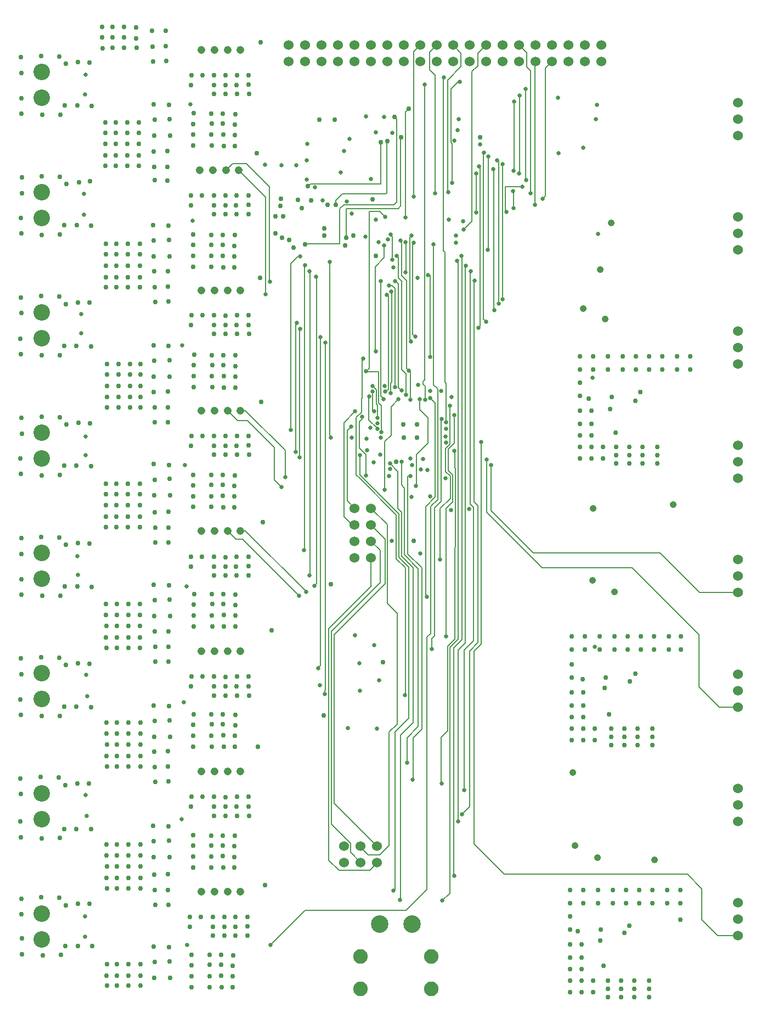
<source format=gbr>
G04 EAGLE Gerber RS-274X export*
G75*
%MOMM*%
%FSLAX34Y34*%
%LPD*%
%INCopper Layer 15*%
%IPPOS*%
%AMOC8*
5,1,8,0,0,1.08239X$1,22.5*%
G01*
%ADD10C,1.208000*%
%ADD11C,1.524000*%
%ADD12C,2.700000*%
%ADD13C,2.250000*%
%ADD14C,2.550000*%
%ADD15C,0.660400*%
%ADD16C,0.152400*%
%ADD17C,0.756400*%
%ADD18C,1.056400*%


D10*
X409420Y1283120D03*
X429420Y1283120D03*
X449420Y1283120D03*
X469420Y1283120D03*
X406880Y1097700D03*
X426880Y1097700D03*
X446880Y1097700D03*
X466880Y1097700D03*
X409420Y726860D03*
X429420Y726860D03*
X449420Y726860D03*
X469420Y726860D03*
X409420Y541440D03*
X429420Y541440D03*
X449420Y541440D03*
X469420Y541440D03*
X409420Y356020D03*
X429420Y356020D03*
X449420Y356020D03*
X469420Y356020D03*
X409420Y170600D03*
X429420Y170600D03*
X449420Y170600D03*
X469420Y170600D03*
X409420Y-14820D03*
X429420Y-14820D03*
X449420Y-14820D03*
X469420Y-14820D03*
X409420Y912280D03*
X429420Y912280D03*
X449420Y912280D03*
X469420Y912280D03*
D11*
X1236980Y1151128D03*
X1236980Y1176528D03*
X1236980Y1201928D03*
X1236980Y974852D03*
X1236980Y1000252D03*
X1236980Y1025652D03*
X1236980Y798576D03*
X1236980Y823976D03*
X1236980Y849376D03*
X1236980Y622300D03*
X1236980Y647700D03*
X1236980Y673100D03*
X1236980Y446024D03*
X1236980Y471424D03*
X1236980Y496824D03*
X1236980Y269748D03*
X1236980Y295148D03*
X1236980Y320548D03*
X1236980Y93472D03*
X1236980Y118872D03*
X1236980Y144272D03*
X1236980Y-82804D03*
X1236980Y-57404D03*
X1236980Y-32004D03*
X1026160Y1290320D03*
X1000760Y1290320D03*
X975360Y1290320D03*
X949960Y1290320D03*
X924560Y1290320D03*
X899160Y1290320D03*
X1026160Y1264920D03*
X1000760Y1264920D03*
X975360Y1264920D03*
X949960Y1264920D03*
X924560Y1264920D03*
X899160Y1264920D03*
X873760Y1290320D03*
X873760Y1264920D03*
X848360Y1290320D03*
X822960Y1290320D03*
X797560Y1290320D03*
X772160Y1290320D03*
X746760Y1290320D03*
X721360Y1290320D03*
X848360Y1264920D03*
X822960Y1264920D03*
X797560Y1264920D03*
X772160Y1264920D03*
X746760Y1264920D03*
X721360Y1264920D03*
X695960Y1290320D03*
X695960Y1264920D03*
X670560Y1290320D03*
X645160Y1290320D03*
X619760Y1290320D03*
X594360Y1290320D03*
X568960Y1290320D03*
X543560Y1290320D03*
X670560Y1264920D03*
X645160Y1264920D03*
X619760Y1264920D03*
X594360Y1264920D03*
X568960Y1264920D03*
X543560Y1264920D03*
X680212Y55372D03*
X654812Y55372D03*
X629412Y55372D03*
X680212Y29972D03*
X654812Y29972D03*
X629412Y29972D03*
D12*
X734168Y-65024D03*
X684168Y-65024D03*
D13*
X764168Y-115024D03*
X654168Y-115024D03*
X654168Y-165024D03*
X764168Y-165024D03*
D14*
X162560Y136640D03*
X162560Y97040D03*
X162560Y878320D03*
X162560Y838720D03*
X162560Y692900D03*
X162560Y653300D03*
X162560Y507480D03*
X162560Y467880D03*
X162560Y322060D03*
X162560Y282460D03*
X162560Y-48780D03*
X162560Y-88380D03*
X162560Y1249160D03*
X162560Y1209560D03*
X162560Y1063740D03*
X162560Y1024140D03*
D11*
X645668Y576072D03*
X645668Y550672D03*
X645668Y525272D03*
X645668Y499872D03*
X671068Y576072D03*
X671068Y550672D03*
X671068Y525272D03*
X671068Y499872D03*
D15*
X686816Y693928D03*
D16*
X686816Y734060D01*
X682498Y738378D01*
X682498Y786892D01*
D15*
X663194Y787146D03*
D16*
X692404Y1025652D02*
X684276Y1033780D01*
X667935Y1033780D01*
X667935Y791887D01*
X663194Y787146D01*
D15*
X692404Y1025652D03*
D16*
X682498Y786892D02*
X663448Y786892D01*
X663194Y787146D01*
D15*
X685546Y685064D03*
X701040Y998220D03*
X608584Y685292D03*
D16*
X607568Y686308D01*
D15*
X641096Y685292D03*
X607568Y956056D03*
X703326Y959104D03*
D16*
X704088Y959866D02*
X704088Y995172D01*
X704088Y959866D02*
X703326Y959104D01*
X704088Y995172D02*
X701040Y998220D01*
X607568Y956056D02*
X607568Y686308D01*
D15*
X728980Y788416D03*
D16*
X718312Y987044D02*
X716280Y989076D01*
X718312Y987044D02*
X718312Y934720D01*
X725424Y927608D01*
X725424Y791972D01*
X728980Y788416D01*
D15*
X716280Y989076D03*
X731520Y743712D03*
D16*
X731520Y788416D01*
X731012Y788924D01*
X730504Y788416D01*
X728980Y788416D01*
D15*
X680401Y699008D03*
D16*
X680401Y699044D01*
X667512Y711933D01*
X667766Y749046D02*
X667512Y749300D01*
X667512Y711933D01*
X667766Y748538D02*
X667766Y749046D01*
D15*
X667766Y748538D03*
X691388Y981456D03*
D16*
X691388Y962660D01*
X677164Y948436D01*
X677164Y818896D01*
X678180Y817880D01*
D15*
X678180Y817880D03*
D17*
X673608Y1052576D03*
D15*
X691388Y1179576D03*
X799592Y1143000D03*
X794766Y748030D03*
X762000Y756920D03*
X661924Y995172D03*
X704088Y1155192D03*
X700024Y637032D03*
X674624Y647192D03*
X699008Y625856D03*
X758190Y635254D03*
X669544Y700532D03*
X683006Y310642D03*
X591566Y303276D03*
X654050Y294386D03*
X785876Y622808D03*
X822452Y575056D03*
X676148Y365252D03*
X652526Y337058D03*
X624332Y1093724D03*
X641096Y1030224D03*
X572516Y1138428D03*
X638048Y1146048D03*
X1012952Y777240D03*
X1021588Y999236D03*
X960120Y1123696D03*
X1016508Y362712D03*
X678434Y1155446D03*
X572008Y1113028D03*
X595884Y1050544D03*
X584200Y1070864D03*
X571500Y1083056D03*
X678180Y1021588D03*
X801624Y985520D03*
X791210Y1021588D03*
X838897Y1137412D03*
X634746Y237236D03*
X555752Y1104900D03*
X532384Y1104900D03*
X507238Y1105662D03*
X747268Y506476D03*
D17*
X256032Y1318260D03*
X272288Y1318260D03*
X290068Y1318260D03*
X308356Y1317752D03*
X256032Y1302004D03*
X272288Y1302004D03*
X290068Y1302512D03*
X308356Y1300988D03*
X256540Y1285748D03*
X271780Y1286256D03*
X289560Y1286256D03*
X308864Y1286256D03*
X262636Y-144272D03*
X278892Y-144272D03*
X296672Y-144272D03*
X314960Y-144272D03*
X263144Y-160020D03*
X278892Y-160020D03*
X296672Y-160020D03*
X314960Y-160020D03*
X263144Y-126492D03*
X278892Y-126492D03*
X296672Y-126492D03*
X314960Y-126492D03*
X262636Y6096D03*
X278892Y6096D03*
X296672Y6096D03*
X314960Y6096D03*
X263144Y-9652D03*
X278892Y-9652D03*
X296672Y-9652D03*
X314960Y-9652D03*
X262636Y57404D03*
X278892Y57404D03*
X296672Y57404D03*
X314960Y57404D03*
X262636Y41148D03*
X278892Y41148D03*
X296672Y41148D03*
X314960Y41148D03*
X263144Y23876D03*
X278892Y23876D03*
X296672Y23876D03*
X314960Y23876D03*
X262636Y194056D03*
X278892Y194056D03*
X296672Y194056D03*
X314960Y194056D03*
X263144Y178308D03*
X278892Y178308D03*
X296672Y178308D03*
X314960Y178308D03*
X262636Y245364D03*
X278892Y245364D03*
X296672Y245364D03*
X314960Y245364D03*
X262636Y229108D03*
X278892Y229108D03*
X296672Y229108D03*
X314960Y229108D03*
X263144Y211836D03*
X278892Y211836D03*
X296672Y211836D03*
X314960Y211836D03*
X260604Y1171448D03*
X276860Y1171448D03*
X294640Y1171448D03*
X312928Y1171448D03*
X260604Y1155192D03*
X276860Y1155192D03*
X294640Y1155192D03*
X312928Y1155192D03*
X261112Y1137920D03*
X276860Y1137920D03*
X294640Y1137920D03*
X312928Y1137920D03*
X260604Y1120140D03*
X276860Y1120140D03*
X294640Y1120140D03*
X312928Y1120140D03*
X261112Y1104392D03*
X276860Y1104392D03*
X294640Y1104392D03*
X312928Y1104392D03*
X261620Y983996D03*
X277876Y983996D03*
X295656Y983996D03*
X313944Y983996D03*
X261620Y967740D03*
X277876Y967740D03*
X295656Y967740D03*
X313944Y967740D03*
X262128Y950468D03*
X277876Y950468D03*
X295656Y950468D03*
X313944Y950468D03*
X261620Y932688D03*
X277876Y932688D03*
X295656Y932688D03*
X313944Y932688D03*
X262128Y916940D03*
X277876Y916940D03*
X295656Y916940D03*
X313944Y916940D03*
X315468Y782828D03*
X299212Y782828D03*
X281432Y782828D03*
X263144Y782828D03*
X314960Y798576D03*
X299212Y798576D03*
X281432Y798576D03*
X263144Y798576D03*
X315468Y731520D03*
X299212Y731520D03*
X281432Y731520D03*
X263144Y731520D03*
X315468Y747776D03*
X299212Y747776D03*
X281432Y747776D03*
X263144Y747776D03*
X314960Y765048D03*
X299212Y765048D03*
X281432Y765048D03*
X263144Y765048D03*
X262128Y376936D03*
X278384Y376936D03*
X296164Y376936D03*
X314452Y376936D03*
X262636Y361188D03*
X278384Y361188D03*
X296164Y361188D03*
X314452Y361188D03*
X262128Y428244D03*
X278384Y428244D03*
X296164Y428244D03*
X314452Y428244D03*
X262128Y411988D03*
X278384Y411988D03*
X296164Y411988D03*
X314452Y411988D03*
X262636Y394716D03*
X278384Y394716D03*
X296164Y394716D03*
X314452Y394716D03*
X261620Y614172D03*
X277876Y614172D03*
X295656Y614172D03*
X313944Y614172D03*
X261620Y597916D03*
X277876Y597916D03*
X295656Y597916D03*
X313944Y597916D03*
X262128Y580644D03*
X277876Y580644D03*
X295656Y580644D03*
X313944Y580644D03*
X261620Y562864D03*
X277876Y562864D03*
X295656Y562864D03*
X313944Y562864D03*
X262128Y547116D03*
X277876Y547116D03*
X295656Y547116D03*
X313944Y547116D03*
X1148080Y-58420D03*
X1148080Y-33020D03*
X1148080Y-12700D03*
X1127760Y-12700D03*
X1127760Y-33020D03*
X1104900Y-12700D03*
X1104900Y-33020D03*
X1084580Y-33020D03*
X1084580Y-12700D03*
X1064260Y-12700D03*
X1064260Y-33020D03*
X1043940Y-12700D03*
X1043940Y-33020D03*
X1021080Y-12700D03*
X1021080Y-33020D03*
X998220Y-33020D03*
X998220Y-12700D03*
X977900Y-12700D03*
X977900Y-33020D03*
X1149096Y358140D03*
X1149096Y378460D03*
X1130300Y378460D03*
X1130300Y358140D03*
X1107440Y378460D03*
X1107440Y358140D03*
X1087120Y358140D03*
X1087120Y378460D03*
X1066800Y378460D03*
X1066800Y358140D03*
X1046480Y378460D03*
X1046480Y358140D03*
X1023620Y378460D03*
X1023620Y358140D03*
X1000760Y358140D03*
X1000760Y378460D03*
X980440Y378460D03*
X980440Y358140D03*
X1163320Y789940D03*
X1163320Y810260D03*
X1143000Y810260D03*
X1143000Y789940D03*
X1120140Y810260D03*
X1120140Y789940D03*
X1099820Y789940D03*
X1099820Y810260D03*
X1079500Y810260D03*
X1079500Y789940D03*
X1059180Y810260D03*
X1059180Y789940D03*
X1036320Y810260D03*
X1036320Y789940D03*
X1013460Y789940D03*
X1013460Y810260D03*
X993140Y810260D03*
X993140Y789940D03*
X977900Y-53340D03*
X977900Y-73660D03*
X977900Y-96520D03*
X995680Y-96520D03*
X995680Y-116840D03*
X977900Y-116840D03*
X995680Y-134620D03*
X977900Y-134620D03*
X1013460Y-170180D03*
X1013460Y-152400D03*
X995680Y-152400D03*
X977900Y-152400D03*
X977900Y-170180D03*
X995680Y-170180D03*
X993140Y769620D03*
X993140Y749300D03*
X993140Y726440D03*
X1010920Y726440D03*
X1010920Y706120D03*
X993140Y706120D03*
X1010920Y688340D03*
X993140Y688340D03*
X1028700Y652780D03*
X1028700Y670560D03*
X1010920Y670560D03*
X993140Y670560D03*
X993140Y652780D03*
X1010920Y652780D03*
X980440Y335280D03*
X980440Y314960D03*
X980440Y292100D03*
X998220Y292100D03*
X998220Y271780D03*
X980440Y271780D03*
X998220Y254000D03*
X980440Y254000D03*
X1016000Y218440D03*
X1016000Y236220D03*
X998220Y236220D03*
X980440Y236220D03*
X980440Y218440D03*
X998220Y218440D03*
X394208Y-112268D03*
X393700Y-128524D03*
X393700Y-145288D03*
X393700Y-162052D03*
X421640Y-112776D03*
X422148Y-128016D03*
X421640Y-145288D03*
X422148Y-162052D03*
X439420Y-112776D03*
X458216Y-113284D03*
X457708Y-129540D03*
X439420Y-128016D03*
X439928Y-144780D03*
X457708Y-145796D03*
X457708Y-162560D03*
X440436Y-162560D03*
X396748Y72136D03*
X396240Y55880D03*
X396240Y39116D03*
X396240Y22352D03*
X424180Y71628D03*
X424688Y56388D03*
X424180Y39116D03*
X424688Y22352D03*
X441960Y71628D03*
X460756Y71120D03*
X460248Y54864D03*
X441960Y56388D03*
X442468Y39624D03*
X460248Y38608D03*
X460248Y21844D03*
X442976Y21844D03*
X397256Y258572D03*
X396748Y242316D03*
X396748Y225552D03*
X396748Y208788D03*
X424688Y258064D03*
X425196Y242824D03*
X424688Y225552D03*
X425196Y208788D03*
X442468Y258064D03*
X461264Y257556D03*
X461264Y241300D03*
X442468Y242824D03*
X442976Y226060D03*
X460756Y225044D03*
X460756Y208280D03*
X443484Y208280D03*
X397764Y443992D03*
X397256Y427736D03*
X397256Y410972D03*
X397256Y394208D03*
X425196Y443484D03*
X425704Y428244D03*
X425196Y410972D03*
X425704Y394208D03*
X442976Y443484D03*
X461772Y442976D03*
X461264Y426720D03*
X442976Y428244D03*
X443484Y411480D03*
X461264Y410464D03*
X461264Y393700D03*
X443992Y393700D03*
X396748Y627888D03*
X396240Y611632D03*
X396240Y594868D03*
X396240Y578104D03*
X424180Y627380D03*
X424688Y612140D03*
X424180Y594868D03*
X424688Y578104D03*
X441960Y627380D03*
X460756Y626872D03*
X460248Y610616D03*
X441960Y612140D03*
X442468Y595376D03*
X460248Y594360D03*
X460248Y577596D03*
X442976Y577596D03*
X397764Y812800D03*
X397256Y796544D03*
X397256Y779780D03*
X397256Y763016D03*
X425196Y812292D03*
X425704Y797052D03*
X425196Y779780D03*
X425704Y763016D03*
X442976Y812292D03*
X461772Y811784D03*
X461264Y795528D03*
X442976Y797052D03*
X443484Y780288D03*
X461264Y779272D03*
X461264Y762508D03*
X443992Y762508D03*
X396748Y998220D03*
X396240Y981964D03*
X396240Y965200D03*
X396240Y948436D03*
X424180Y997712D03*
X424688Y982472D03*
X424180Y965200D03*
X424688Y948436D03*
X441960Y997712D03*
X460756Y997204D03*
X460248Y980948D03*
X441960Y982472D03*
X442468Y965708D03*
X460248Y964692D03*
X460248Y947928D03*
X442976Y947928D03*
X397256Y1185164D03*
X396748Y1168908D03*
X396748Y1152144D03*
X396748Y1135380D03*
X424688Y1184656D03*
X425196Y1169416D03*
X424688Y1152144D03*
X425196Y1135380D03*
X442468Y1184656D03*
X461264Y1184148D03*
X460756Y1167892D03*
X442468Y1169416D03*
X442976Y1152652D03*
X460756Y1151636D03*
X460756Y1134872D03*
X443484Y1134872D03*
D18*
X1108710Y34290D03*
X985520Y55880D03*
X1137412Y581660D03*
X1013460Y576072D03*
X1012698Y465074D03*
X1041908Y1016000D03*
X1024636Y943864D03*
X998220Y883920D03*
X982472Y168656D03*
D17*
X500380Y1294892D03*
X494284Y1123696D03*
X499364Y931672D03*
X501142Y740410D03*
X504190Y554482D03*
X517652Y388084D03*
X496316Y208280D03*
X507492Y-5080D03*
X615188Y1175004D03*
X523212Y999744D03*
X544576Y990092D03*
X551688Y978408D03*
X598424Y1007900D03*
X720852Y705612D03*
X741426Y705612D03*
X721614Y685038D03*
X741426Y685038D03*
X598170Y256540D03*
X643890Y996950D03*
X689610Y339090D03*
X598424Y996696D03*
X534924Y1026160D03*
X530860Y1042416D03*
X531423Y1053112D03*
X564388Y1039180D03*
D15*
X736346Y1056894D03*
D16*
X736346Y1279906D01*
X746760Y1290320D01*
D15*
X769620Y1062228D03*
D16*
X769620Y1244092D01*
X760984Y1252728D01*
X760984Y1279144D01*
X772160Y1290320D01*
D15*
X790448Y1063752D03*
D16*
X788924Y1065276D02*
X788924Y1236472D01*
X788924Y1065276D02*
X790448Y1063752D01*
X788924Y1236472D02*
X809752Y1257300D01*
X809752Y1278128D01*
X797560Y1290320D01*
D15*
X813308Y1019048D03*
X724408Y1024636D03*
D16*
X724408Y1187196D01*
D17*
X729234Y1192530D03*
D16*
X729234Y1192022D01*
X724408Y1187196D01*
D15*
X916940Y1061720D03*
D16*
X916940Y1250911D01*
X911098Y1256753D01*
X911098Y1278636D02*
X910844Y1278636D01*
X899160Y1290320D01*
X911098Y1278636D02*
X911098Y1256753D01*
D15*
X813816Y1005840D03*
D16*
X826516Y1018540D01*
X835355Y1277315D02*
X848360Y1290320D01*
X835355Y1277315D02*
X835355Y1271524D01*
X835406Y1271473D01*
X835406Y1258277D02*
X826516Y1249387D01*
X835406Y1258277D02*
X835406Y1271473D01*
X826516Y1249387D02*
X826516Y1018540D01*
D15*
X796290Y1077722D03*
D16*
X796290Y1138399D01*
X794004Y1140685D01*
X794004Y1222756D01*
X806704Y1235456D01*
X808228Y1233932D01*
D15*
X808228Y1233932D03*
X230124Y1245108D03*
X909828Y1222756D03*
D16*
X909828Y1083056D01*
X910336Y1082548D01*
D15*
X910336Y1082548D03*
X391922Y1199134D03*
X891540Y1202944D03*
D16*
X891540Y1097280D01*
X890524Y1096264D01*
D15*
X890524Y1096264D03*
X395478Y1019302D03*
X833120Y1032256D03*
D16*
X833120Y1092200D01*
D15*
X833120Y1092200D03*
X224028Y875284D03*
X874268Y898144D03*
D16*
X874268Y1106932D01*
D15*
X874268Y1106932D03*
X379476Y827532D03*
X861568Y881380D03*
X859536Y1098804D03*
D16*
X860552Y1097788D01*
X860552Y882396D02*
X861568Y881380D01*
X860552Y882396D02*
X860552Y1097788D01*
D15*
X384048Y643128D03*
X560832Y654812D03*
D16*
X560832Y852424D01*
X561340Y852932D01*
D15*
X561340Y852932D03*
X836676Y854456D03*
D16*
X839216Y856996D02*
X839216Y1102360D01*
X839216Y856996D02*
X836676Y854456D01*
X839216Y1102360D02*
X837692Y1103884D01*
X837184Y1103376D01*
D15*
X837184Y1103376D03*
X230632Y657860D03*
X554736Y663448D03*
D16*
X554736Y861060D01*
X556006Y862330D01*
X556260Y862076D01*
D15*
X556260Y862076D03*
X848360Y864108D03*
D16*
X844296Y868172D02*
X844296Y1123696D01*
X845312Y1124712D01*
X844296Y868172D02*
X848360Y864108D01*
D15*
X845312Y1124712D03*
X217932Y502412D03*
X567436Y511556D03*
D16*
X567944Y512064D02*
X567944Y950976D01*
X567944Y512064D02*
X567436Y511556D01*
X567944Y950976D02*
X568960Y950976D01*
D15*
X568960Y950976D03*
X705612Y947928D03*
X218186Y473202D03*
X576072Y472440D03*
D16*
X577088Y475996D02*
X577088Y929132D01*
X576072Y474980D02*
X576072Y472440D01*
X576072Y474980D02*
X577088Y475996D01*
X576580Y940308D02*
X575564Y941324D01*
X576580Y940308D02*
X576580Y929640D01*
X577088Y929132D01*
D15*
X575564Y941324D03*
X724408Y939800D03*
D16*
X724916Y985774D02*
X724408Y986282D01*
X724916Y940308D02*
X724408Y939800D01*
X724916Y940308D02*
X724916Y985774D01*
D15*
X724408Y986282D03*
X386588Y455930D03*
X583184Y456692D03*
X586232Y933196D03*
X742696Y931672D03*
D16*
X586740Y932688D02*
X586740Y460248D01*
X583184Y456692D01*
X586740Y932688D02*
X586232Y933196D01*
D15*
X231648Y319532D03*
X589788Y329184D03*
D16*
X592836Y333756D02*
X592836Y839724D01*
X592836Y333756D02*
X589788Y330708D01*
X589788Y329184D01*
D15*
X592836Y839724D03*
X738886Y840486D03*
D16*
X735330Y844042D01*
X735330Y984250D01*
X736600Y985520D01*
D15*
X736600Y985520D03*
X232664Y286004D03*
X599948Y290068D03*
D16*
X599948Y295148D01*
X600456Y295656D01*
X600456Y831850D01*
X600710Y831850D01*
D15*
X600710Y831850D03*
X732536Y833120D03*
D16*
X730504Y835152D02*
X730504Y994156D01*
X730504Y835152D02*
X732536Y833120D01*
X730504Y994156D02*
X733044Y996696D01*
X733298Y996442D01*
D15*
X733298Y996442D03*
X381762Y276606D03*
X723138Y287782D03*
D16*
X723646Y287274D01*
X723646Y484124D02*
X709930Y497840D01*
X723646Y484124D02*
X723646Y287274D01*
X709930Y497840D02*
X709930Y565949D01*
X653676Y622396D01*
X653676Y622399D01*
D15*
X658876Y807212D03*
D16*
X656844Y805180D01*
D15*
X762000Y809752D03*
D16*
X762000Y935736D01*
X758952Y935736D01*
D15*
X758952Y935736D03*
D16*
X648208Y627867D02*
X653676Y622399D01*
X648208Y627867D02*
X648208Y715997D01*
X656590Y745490D02*
X656844Y745744D01*
X656590Y724379D02*
X648208Y715997D01*
X656590Y724379D02*
X656590Y745490D01*
X656844Y745744D02*
X656844Y805180D01*
D15*
X230632Y134112D03*
X814832Y141732D03*
D16*
X814832Y357632D01*
X829056Y577371D02*
X823976Y582451D01*
X829056Y371856D02*
X814832Y357632D01*
X829056Y371856D02*
X829056Y577371D01*
X823976Y582451D02*
X823976Y941832D01*
X824484Y941832D01*
D15*
X824484Y941832D03*
X231902Y101854D03*
X811276Y104648D03*
D16*
X822960Y116332D01*
X822960Y355928D01*
X830072Y927608D02*
X830580Y927608D01*
X830072Y927608D02*
X830072Y586232D01*
X836168Y580136D01*
X836168Y369136D01*
X822960Y355928D01*
D15*
X830580Y927608D03*
X378460Y96520D03*
X805688Y93472D03*
D16*
X805180Y93980D02*
X805180Y357632D01*
X805180Y93980D02*
X805688Y93472D01*
D15*
X816864Y949960D03*
D16*
X816356Y368808D02*
X805180Y357632D01*
X816356Y949452D02*
X816864Y949960D01*
X816356Y949452D02*
X816356Y368808D01*
D15*
X387350Y-97282D03*
X516128Y-97028D03*
D16*
X767588Y982472D02*
X767080Y982980D01*
X767588Y982472D02*
X767588Y766289D01*
X773684Y589788D02*
X763016Y579120D01*
X773684Y589788D02*
X773684Y760193D01*
X767588Y766289D01*
X767080Y982980D02*
X767334Y983234D01*
D15*
X767334Y983234D03*
D16*
X757428Y377444D02*
X757428Y-11684D01*
X724916Y-44196D01*
X568960Y-44196D01*
X516128Y-97028D01*
X757428Y377444D02*
X763016Y383032D01*
X763016Y579120D01*
D15*
X229616Y-53340D03*
X799592Y9144D03*
D16*
X798576Y10160D02*
X798576Y360659D01*
X798576Y10160D02*
X799592Y9144D01*
X798576Y360659D02*
X811022Y373105D01*
X811022Y964438D01*
X810006Y965454D01*
D15*
X810006Y965454D03*
X229616Y-84328D03*
X780796Y-28956D03*
D16*
X805180Y374621D02*
X805180Y956564D01*
X792480Y361921D02*
X792480Y-17272D01*
X780796Y-28956D01*
X792480Y361921D02*
X805180Y374621D01*
X805180Y956564D02*
X803910Y957834D01*
D15*
X803910Y957834D03*
X229870Y1213866D03*
X900176Y1212596D03*
D16*
X900176Y1092708D01*
X899668Y1092708D01*
D15*
X899668Y1092708D03*
X227584Y1060704D03*
X891145Y1039255D03*
D16*
X891145Y1064147D01*
X890016Y1065276D01*
D15*
X890016Y1065276D03*
X228092Y1028700D03*
X879856Y1033272D03*
D16*
X878332Y1034796D01*
X878332Y1071880D01*
X904748Y1071880D01*
D15*
X904748Y1071880D03*
X935736Y1053592D03*
D16*
X939800Y1057656D02*
X939800Y1254760D01*
X939800Y1057656D02*
X935736Y1053592D01*
X939800Y1254760D02*
X949960Y1264920D01*
D15*
X924052Y1044448D03*
D16*
X924052Y1264412D02*
X924560Y1264920D01*
X924052Y1264412D02*
X924052Y1044448D01*
D15*
X671068Y1083564D03*
X998728Y1131824D03*
X230124Y686816D03*
X546862Y696722D03*
D16*
X546862Y953262D01*
X558038Y964438D02*
X561594Y964438D01*
X558038Y964438D02*
X546862Y953262D01*
D15*
X561594Y964438D03*
X851154Y974598D03*
D16*
X852170Y975614D01*
X852170Y1118870D01*
D15*
X852170Y1118870D03*
X223520Y846328D03*
X867664Y892048D03*
D16*
X867664Y1110488D02*
X865124Y1113028D01*
X867664Y1110488D02*
X867664Y892048D01*
D15*
X865124Y1113028D03*
X804672Y1159256D03*
X1019302Y1198118D03*
X806196Y1176020D03*
X1018032Y1176528D03*
X697230Y990346D03*
X717804Y757936D03*
D16*
X713232Y762508D01*
X713232Y922020D02*
X709168Y926084D01*
X708152Y926084D01*
D15*
X708152Y926084D03*
D16*
X713232Y922020D02*
X713232Y762508D01*
D15*
X710504Y965406D03*
X725197Y751105D03*
D16*
X725197Y783563D01*
X718312Y790448D01*
X718312Y925068D01*
X718820Y925576D01*
X713044Y962866D02*
X710504Y965406D01*
X713044Y962866D02*
X713044Y931352D01*
X718820Y925576D01*
D17*
X678180Y965200D03*
D15*
X663448Y1180084D03*
X682244Y986536D03*
X747776Y636016D03*
X762254Y594614D03*
X663956Y683260D03*
X664464Y665988D03*
X779272Y756920D03*
X679704Y236220D03*
X702564Y526288D03*
X794258Y573278D03*
X959358Y1208786D03*
X629412Y1127252D03*
X633476Y1049528D03*
X801624Y996696D03*
D17*
X736600Y525780D03*
X591058Y1175258D03*
X523212Y1026160D03*
X603504Y1044448D03*
X578104Y1051024D03*
X533372Y993168D03*
X839470Y1148080D03*
X631190Y981710D03*
X558292Y1052068D03*
X609092Y458724D03*
D15*
X786892Y698500D03*
X785876Y686816D03*
X684784Y658876D03*
D17*
X709704Y647783D03*
D15*
X734568Y643128D03*
X856488Y642620D03*
D16*
X856488Y572516D01*
X921512Y507492D01*
X1116584Y507492D01*
X1178052Y446024D02*
X1236980Y446024D01*
X1178052Y446024D02*
X1116584Y507492D01*
D15*
X751332Y652272D03*
X849376Y651256D03*
D16*
X849376Y569976D02*
X935228Y484124D01*
X849376Y569976D02*
X849376Y651256D01*
X935228Y484124D02*
X1073912Y484124D01*
X1177036Y381000D01*
X1177036Y300736D01*
X1208024Y269748D01*
X1236980Y269748D01*
D15*
X799084Y664972D03*
D16*
X800608Y663448D01*
X800608Y638302D01*
X800613Y638297D01*
X800613Y628215D01*
X800608Y400304D01*
X800608Y374360D01*
X789432Y363184D01*
X789432Y233172D01*
X779272Y223012D02*
X779272Y152400D01*
X779780Y151892D01*
X780288Y151892D01*
D15*
X780288Y151892D03*
D16*
X779272Y223012D02*
X789432Y233172D01*
D15*
X786384Y677672D03*
X840994Y677926D03*
D16*
X840740Y366349D02*
X830072Y355681D01*
X830072Y58420D01*
X840740Y677672D02*
X840994Y677926D01*
X840740Y677672D02*
X840740Y366349D01*
X876808Y11684D02*
X1159256Y11684D01*
X1181608Y-10668D01*
X1205992Y-82804D02*
X1236980Y-82804D01*
X1205992Y-82804D02*
X1181608Y-58420D01*
X1181608Y-10668D01*
X876808Y11684D02*
X830072Y58420D01*
D15*
X754380Y743204D03*
D16*
X754380Y764257D02*
X751332Y767305D01*
X751332Y771935D01*
X753364Y773967D01*
D15*
X753364Y1229868D03*
D16*
X754380Y764257D02*
X754380Y743204D01*
X753364Y773967D02*
X753364Y1229868D01*
D17*
X1069848Y-67564D03*
D15*
X786384Y708660D03*
D16*
X782828Y1240028D02*
X783336Y1240536D01*
X782828Y1240028D02*
X782828Y972595D01*
X786384Y768829D02*
X786384Y708660D01*
X786384Y768829D02*
X784606Y770607D01*
X784606Y970817D01*
X782828Y972595D01*
D15*
X783336Y1240536D03*
X690372Y744728D03*
D16*
X686308Y925576D02*
X685800Y926084D01*
X686308Y925576D02*
X686308Y749300D01*
X690372Y745236D02*
X690372Y744728D01*
X690372Y745236D02*
X686308Y749300D01*
D15*
X685800Y926084D03*
X515112Y925576D03*
D16*
X514096Y926592D02*
X514096Y1072388D01*
X514096Y926592D02*
X515112Y925576D01*
X514096Y1072388D02*
X478536Y1107948D01*
X457128Y1107948D01*
X446880Y1097700D01*
D15*
X692912Y755904D03*
D16*
X697484Y759968D02*
X697484Y902716D01*
X697484Y759968D02*
X693420Y755904D01*
X692912Y755904D01*
X697484Y902716D02*
X694944Y905256D01*
D15*
X694944Y905256D03*
X508508Y905764D03*
D16*
X508508Y1056072D01*
X466880Y1097700D01*
D15*
X713204Y744249D03*
D16*
X701774Y732819D01*
X701774Y688848D01*
X691896Y678971D01*
X691896Y604520D01*
D15*
X691896Y604520D03*
X532384Y609092D03*
D16*
X521716Y669804D02*
X479900Y711620D01*
X464660Y711620D01*
X449420Y726860D01*
X521716Y669804D02*
X521716Y619760D01*
X532384Y609092D01*
D15*
X746252Y744503D03*
D16*
X746252Y728472D01*
X758799Y715925D01*
D15*
X740156Y610616D03*
D16*
X759085Y676789D02*
X758799Y715925D01*
X759085Y676789D02*
X740918Y658622D01*
X740918Y611378D01*
X740156Y610616D01*
D15*
X538480Y623824D03*
D16*
X538480Y665420D01*
X477040Y726860D01*
X469420Y726860D01*
D15*
X762508Y745744D03*
D16*
X770128Y738124D01*
X770128Y593344D01*
X755396Y578612D01*
X755396Y440436D01*
X756666Y439166D01*
D15*
X756666Y439166D03*
X559816Y441452D03*
D16*
X472528Y528740D01*
X462120Y528740D02*
X449420Y541440D01*
X462120Y528740D02*
X472528Y528740D01*
D15*
X792480Y734060D03*
D16*
X792480Y675132D01*
X785876Y668528D01*
X785876Y632968D01*
D15*
X777748Y496824D03*
D16*
X793129Y590945D02*
X793129Y597267D01*
X793129Y590945D02*
X777748Y575564D01*
D15*
X570484Y447548D03*
D16*
X570484Y447996D01*
X477040Y541440D01*
X469420Y541440D01*
X793129Y597267D02*
X793129Y625715D01*
X785876Y632968D01*
X777748Y575564D02*
X777748Y496824D01*
D15*
X799592Y719836D03*
D16*
X799592Y676656D01*
X790448Y667512D01*
X790448Y634492D01*
X797054Y627886D01*
X797054Y586234D01*
X786892Y576072D01*
X786892Y378460D01*
D15*
X786892Y378460D03*
X779780Y714248D03*
D16*
X779272Y713740D01*
X779272Y586740D01*
X769112Y576580D01*
X769112Y379759D01*
X764286Y374933D02*
X764286Y359156D01*
X764286Y374933D02*
X769112Y379759D01*
D15*
X764286Y359156D03*
X732028Y625856D03*
D16*
X727456Y625856D01*
X727456Y505968D01*
X749300Y484124D01*
X749300Y235204D01*
X736092Y157988D02*
X735330Y157226D01*
D15*
X735330Y157226D03*
D16*
X736092Y157988D02*
X736092Y221996D01*
X749300Y235204D01*
D15*
X718312Y648208D03*
D16*
X717804Y647700D01*
X717804Y612140D01*
X722376Y607568D01*
X722376Y504444D01*
X743712Y483108D01*
X743712Y239776D01*
X726186Y222250D01*
X726186Y184150D01*
D15*
X726186Y184150D03*
X700024Y645160D03*
D16*
X712288Y632896D01*
X712218Y575562D01*
X717804Y569976D01*
X717804Y502412D01*
X735584Y484632D01*
X735584Y245364D01*
X716280Y226060D01*
X716280Y-27432D01*
X715772Y-27432D01*
D15*
X715772Y-27432D03*
X653796Y657860D03*
D16*
X653796Y627612D01*
D15*
X705612Y-13716D03*
D16*
X713740Y567464D02*
X653796Y627612D01*
X713740Y567464D02*
X713740Y500380D01*
X728980Y485140D01*
X728980Y252476D01*
X708152Y231648D01*
X708152Y-13716D01*
X705612Y-13716D01*
D15*
X701011Y753393D03*
D16*
X703072Y909320D02*
X702056Y910336D01*
X703072Y909320D02*
X703072Y770897D01*
X701011Y768836D01*
X701011Y753393D01*
D15*
X702056Y910336D03*
X707644Y762791D03*
D16*
X708152Y763299D01*
D15*
X698500Y919988D03*
D16*
X703199Y919988D01*
X708152Y915035D01*
X708152Y763299D01*
X671068Y499872D02*
X671068Y456692D01*
X671576Y456692D01*
X605536Y390652D01*
X605536Y33528D02*
X621284Y17780D01*
X669036Y17780D01*
X680212Y28956D02*
X680212Y29972D01*
X605536Y33528D02*
X605536Y390652D01*
X680212Y28956D02*
X669036Y17780D01*
X692912Y528828D02*
X671068Y550672D01*
X692912Y528828D02*
X692912Y460248D01*
X614172Y381508D01*
X614172Y121412D02*
X680212Y55372D01*
X614172Y121412D02*
X614172Y381508D01*
X666496Y41656D02*
X684276Y41656D01*
X699008Y56388D01*
X695960Y551180D02*
X671068Y576072D01*
X695960Y551180D02*
X695960Y428977D01*
X710946Y280895D02*
X711200Y280641D01*
X710946Y280895D02*
X710946Y413991D01*
X695960Y428977D01*
X699008Y231140D02*
X699008Y56388D01*
X711200Y243332D02*
X711200Y280641D01*
X711200Y243332D02*
X699008Y231140D01*
X654812Y53340D02*
X666496Y41656D01*
X654812Y53340D02*
X654812Y55372D01*
X684784Y511556D02*
X671068Y525272D01*
X684784Y511556D02*
X684784Y461772D01*
X609600Y386588D01*
X639318Y45466D02*
X654812Y29972D01*
X639318Y45466D02*
X639318Y59475D01*
X609600Y89193D01*
X609600Y386588D01*
D17*
X1078484Y321056D03*
X130048Y837692D03*
X130556Y813816D03*
X162560Y811784D03*
X238760Y826008D03*
X197104Y826516D03*
X216408Y826516D03*
X190500Y812292D03*
X335280Y827532D03*
X358648Y826516D03*
X336296Y803656D03*
X359664Y804672D03*
X360172Y779272D03*
X335788Y779272D03*
X130556Y901192D03*
X131064Y877316D03*
X236220Y893064D03*
X218440Y893572D03*
X189484Y902716D03*
X199644Y891032D03*
X161544Y903224D03*
X337820Y894588D03*
X358140Y895096D03*
X336296Y941324D03*
X357632Y941832D03*
X337312Y917448D03*
X357632Y917956D03*
X130048Y652780D03*
X130556Y628904D03*
X162560Y626872D03*
X238760Y641096D03*
X197104Y641604D03*
X216408Y641604D03*
X190500Y627380D03*
X335788Y644144D03*
X359156Y643128D03*
X336804Y620268D03*
X360172Y621284D03*
X360680Y595884D03*
X336296Y595884D03*
X131572Y715264D03*
X132080Y691388D03*
X237236Y707136D03*
X219456Y707644D03*
X190500Y716788D03*
X200660Y705104D03*
X162560Y717296D03*
X337312Y708660D03*
X357632Y709168D03*
X335788Y755396D03*
X357124Y755904D03*
X336804Y731520D03*
X357124Y732028D03*
X131064Y466852D03*
X131572Y442976D03*
X163576Y440944D03*
X239776Y455168D03*
X198120Y455676D03*
X217424Y455676D03*
X191516Y441452D03*
X335788Y458216D03*
X359156Y457200D03*
X336804Y434340D03*
X360172Y435356D03*
X360680Y409956D03*
X336296Y409956D03*
X131064Y529844D03*
X131572Y505968D03*
X236728Y521716D03*
X218948Y522224D03*
X189992Y531368D03*
X200152Y519684D03*
X162052Y531876D03*
X338328Y523240D03*
X358648Y523748D03*
X336804Y569976D03*
X358140Y570484D03*
X337820Y546100D03*
X358140Y546608D03*
X130048Y281432D03*
X130556Y257556D03*
X162560Y255524D03*
X238760Y269748D03*
X197104Y270256D03*
X216408Y270256D03*
X190500Y256032D03*
X335788Y271780D03*
X359156Y270764D03*
X336804Y247904D03*
X360172Y248920D03*
X360680Y223520D03*
X336296Y223520D03*
X130556Y344424D03*
X131064Y320548D03*
X236220Y336296D03*
X218440Y336804D03*
X189484Y345948D03*
X199644Y334264D03*
X161544Y346456D03*
X338328Y339344D03*
X358648Y339852D03*
X336804Y386080D03*
X358140Y386588D03*
X337820Y362204D03*
X358140Y362712D03*
X130048Y92964D03*
X130556Y69088D03*
X162560Y67056D03*
X238760Y81280D03*
X197104Y81788D03*
X216408Y81788D03*
X190500Y67564D03*
X334772Y86868D03*
X358140Y85852D03*
X335788Y62992D03*
X359156Y64008D03*
X359664Y38608D03*
X335280Y38608D03*
X130048Y159512D03*
X130556Y135636D03*
X235712Y151384D03*
X217932Y151892D03*
X188976Y161036D03*
X199136Y149352D03*
X161036Y161544D03*
X337820Y154432D03*
X358140Y154940D03*
X336296Y201168D03*
X357632Y201676D03*
X337312Y177292D03*
X357632Y177800D03*
X132080Y-87376D03*
X132588Y-111252D03*
X164592Y-113284D03*
X240792Y-99060D03*
X199136Y-98552D03*
X218440Y-98552D03*
X192532Y-112776D03*
X335788Y-99568D03*
X359156Y-100584D03*
X336804Y-123444D03*
X360172Y-122428D03*
X360680Y-147828D03*
X336296Y-147828D03*
X131064Y-25908D03*
X131572Y-49784D03*
X236728Y-34036D03*
X218948Y-33528D03*
X189992Y-24384D03*
X200152Y-36068D03*
X162052Y-23876D03*
X337820Y-35560D03*
X358140Y-35052D03*
X336296Y11176D03*
X357632Y11684D03*
X337312Y-12700D03*
X357632Y-12192D03*
X131064Y1208532D03*
X131572Y1184656D03*
X163576Y1182624D03*
X239776Y1196848D03*
X198120Y1197356D03*
X217424Y1197356D03*
X191516Y1183132D03*
X335788Y1198880D03*
X359156Y1197864D03*
X336804Y1175004D03*
X360172Y1176020D03*
X360680Y1150620D03*
X336296Y1150620D03*
X130556Y1271524D03*
X131064Y1247648D03*
X236220Y1263396D03*
X218440Y1263904D03*
X189484Y1273048D03*
X199644Y1261364D03*
X161544Y1273556D03*
X334264Y1265428D03*
X354584Y1265936D03*
X332740Y1312164D03*
X354076Y1312672D03*
X333756Y1288288D03*
X354076Y1288796D03*
X130556Y1023620D03*
X131064Y999744D03*
X163068Y997712D03*
X239268Y1011936D03*
X197612Y1012444D03*
X216916Y1012444D03*
X191008Y998220D03*
X334772Y1012952D03*
X358140Y1011936D03*
X335788Y989076D03*
X359156Y990092D03*
X359664Y964692D03*
X335280Y964692D03*
X132080Y1086104D03*
X132588Y1062228D03*
X237236Y1080516D03*
X219964Y1078484D03*
X191008Y1087628D03*
X201168Y1075944D03*
X163068Y1088136D03*
X337312Y1082040D03*
X356616Y1081532D03*
X335280Y1126236D03*
X356616Y1126744D03*
X336296Y1102360D03*
X356616Y1102868D03*
X1024636Y-90424D03*
X1029716Y-129540D03*
X1031240Y298704D03*
X1038352Y258064D03*
X1039876Y729488D03*
X1048512Y692404D03*
X393700Y1244092D03*
X410464Y1244092D03*
X482092Y1244092D03*
X463804Y1244092D03*
X446532Y1243584D03*
X428752Y1244092D03*
X482600Y1215136D03*
X463804Y1215136D03*
X446532Y1215136D03*
X428752Y1215136D03*
X482092Y1229360D03*
X393192Y1228852D03*
X463296Y1228852D03*
X446532Y1228852D03*
X428752Y1228852D03*
X393192Y1058672D03*
X409956Y1058672D03*
X481584Y1058672D03*
X463296Y1058672D03*
X446024Y1058164D03*
X428244Y1058672D03*
X482092Y1029716D03*
X463296Y1029716D03*
X446024Y1029716D03*
X428244Y1029716D03*
X481584Y1043940D03*
X392684Y1043432D03*
X462788Y1043432D03*
X446024Y1043432D03*
X428244Y1043432D03*
X393700Y873760D03*
X410464Y873760D03*
X482092Y873760D03*
X463804Y873760D03*
X446532Y873252D03*
X428752Y873760D03*
X482600Y844804D03*
X463804Y844804D03*
X446532Y844804D03*
X428752Y844804D03*
X482092Y859028D03*
X393192Y858520D03*
X463296Y858520D03*
X446532Y858520D03*
X428752Y858520D03*
X393700Y687832D03*
X410464Y687832D03*
X482092Y687832D03*
X463804Y687832D03*
X446532Y687324D03*
X428752Y687832D03*
X482600Y658876D03*
X463804Y658876D03*
X446532Y658876D03*
X428752Y658876D03*
X482092Y673100D03*
X393192Y672592D03*
X463296Y672592D03*
X446532Y672592D03*
X428752Y672592D03*
X393192Y501396D03*
X409956Y501396D03*
X481584Y501396D03*
X463296Y501396D03*
X446024Y500888D03*
X428244Y501396D03*
X482092Y472440D03*
X463296Y472440D03*
X446024Y472440D03*
X428244Y472440D03*
X481584Y486664D03*
X392684Y486156D03*
X462788Y486156D03*
X446024Y486156D03*
X428244Y486156D03*
X393700Y316484D03*
X410464Y316484D03*
X482092Y316484D03*
X463804Y316484D03*
X446532Y315976D03*
X428752Y316484D03*
X482600Y287528D03*
X463804Y287528D03*
X446532Y287528D03*
X428752Y287528D03*
X482092Y301752D03*
X393192Y301244D03*
X463296Y301244D03*
X446532Y301244D03*
X428752Y301244D03*
X393700Y131064D03*
X410464Y131064D03*
X482092Y131064D03*
X463804Y131064D03*
X446532Y130556D03*
X428752Y131064D03*
X482600Y102108D03*
X463804Y102108D03*
X446532Y102108D03*
X428752Y102108D03*
X482092Y116332D03*
X393192Y115824D03*
X463296Y115824D03*
X446532Y115824D03*
X428752Y115824D03*
X391668Y-53848D03*
X408432Y-53848D03*
X480060Y-53848D03*
X461772Y-53848D03*
X444500Y-54356D03*
X426720Y-53848D03*
X480568Y-82804D03*
X461772Y-82804D03*
X444500Y-82804D03*
X426720Y-82804D03*
X480060Y-68580D03*
X391160Y-69088D03*
X461264Y-69088D03*
X444500Y-69088D03*
X426720Y-69088D03*
X1036320Y-152400D03*
X1056640Y-152400D03*
X1099820Y-152400D03*
X1076960Y-152400D03*
X1099820Y-165100D03*
X1076960Y-165100D03*
X1056640Y-165100D03*
X1036320Y-165100D03*
X1036320Y-177800D03*
X1099820Y-177800D03*
X1076960Y-177800D03*
X1056640Y-177800D03*
X1049020Y670560D03*
X1069340Y670560D03*
X1112520Y670560D03*
X1089660Y670560D03*
X1112520Y657860D03*
X1089660Y657860D03*
X1069340Y657860D03*
X1049020Y657860D03*
X1049020Y645160D03*
X1112520Y645160D03*
X1089660Y645160D03*
X1069340Y645160D03*
X1041400Y236220D03*
X1061720Y236220D03*
X1104900Y236220D03*
X1082040Y236220D03*
X1104900Y223520D03*
X1082040Y223520D03*
X1061720Y223520D03*
X1041400Y223520D03*
X1041400Y210820D03*
X1104900Y210820D03*
X1082040Y210820D03*
X1061720Y210820D03*
D18*
X1020572Y37084D03*
X1046226Y447294D03*
X1032256Y868172D03*
D17*
X1006856Y745236D03*
X1078992Y741680D03*
X1042416Y747776D03*
X1086612Y755396D03*
X997204Y312928D03*
X1070356Y309372D03*
X1033170Y315468D03*
X990092Y-75692D03*
X1062228Y-78740D03*
X1025144Y-73152D03*
D15*
X733044Y593852D03*
X731379Y652639D03*
X743340Y766572D03*
X646176Y380238D03*
X680720Y707136D03*
X640080Y702056D03*
D16*
X633984Y695960D01*
X633984Y587756D02*
X645668Y576072D01*
X633984Y587756D02*
X633984Y695960D01*
D15*
X675640Y725424D03*
X673608Y756412D03*
D16*
X673608Y727456D02*
X675640Y725424D01*
X673608Y727456D02*
X673608Y756412D01*
D15*
X646176Y725424D03*
D16*
X628904Y708152D01*
X628904Y563372D01*
X641604Y550672D01*
X645668Y550672D01*
D15*
X691896Y764540D03*
X663194Y626618D03*
X680771Y715496D03*
D16*
X680771Y722652D01*
X681228Y723109D01*
X679450Y737115D02*
X679450Y758698D01*
X673100Y765048D01*
X681228Y735337D02*
X681228Y723109D01*
X681228Y735337D02*
X679450Y737115D01*
X672846Y764794D02*
X673100Y765048D01*
D15*
X672846Y764794D03*
X657127Y717013D03*
D16*
X657127Y713797D01*
X652780Y709451D01*
X662940Y658651D02*
X662940Y626872D01*
X663194Y626618D01*
X652780Y668811D02*
X652780Y709451D01*
X652780Y668811D02*
X662940Y658651D01*
D17*
X695960Y1141984D03*
D16*
X694944Y1141984D01*
X694944Y1062228D01*
X693420Y1060704D01*
X626872Y1060704D01*
X616684Y1050516D01*
X616684Y1043968D02*
X616712Y1043940D01*
X616684Y1043968D02*
X616684Y1050516D01*
D17*
X616712Y1043940D03*
X686308Y1140968D03*
D16*
X686308Y1077185D01*
X685575Y1076452D01*
X577596Y1076452D01*
X573786Y1072642D01*
X573532Y1072642D01*
D17*
X573532Y1072642D03*
X716816Y1148588D03*
D16*
X716788Y1148560D01*
X716788Y1042416D02*
X712724Y1038352D01*
X632968Y1038352D01*
X716788Y1042416D02*
X716788Y1148560D01*
X632968Y994156D02*
X632460Y993648D01*
D17*
X632460Y993648D03*
D16*
X632968Y994156D02*
X632968Y1038352D01*
D17*
X707286Y1179576D03*
D16*
X710692Y1176170D01*
X710692Y1048004D01*
X706628Y1043940D01*
X628904Y1043940D01*
X622808Y1037844D01*
X622808Y983996D01*
X569468Y983996D01*
X569468Y983488D01*
D17*
X569468Y983488D03*
M02*

</source>
